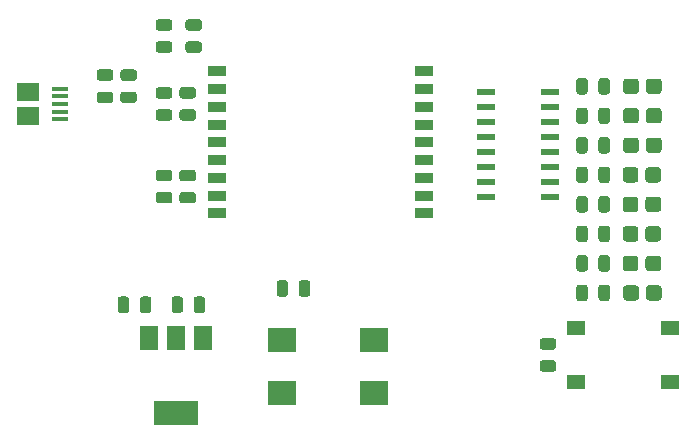
<source format=gbr>
G04 #@! TF.GenerationSoftware,KiCad,Pcbnew,(5.1.6)-1*
G04 #@! TF.CreationDate,2020-08-22T22:27:04+02:00*
G04 #@! TF.ProjectId,PacketVis,5061636b-6574-4566-9973-2e6b69636164,A01*
G04 #@! TF.SameCoordinates,Original*
G04 #@! TF.FileFunction,Paste,Top*
G04 #@! TF.FilePolarity,Positive*
%FSLAX46Y46*%
G04 Gerber Fmt 4.6, Leading zero omitted, Abs format (unit mm)*
G04 Created by KiCad (PCBNEW (5.1.6)-1) date 2020-08-22 22:27:04*
%MOMM*%
%LPD*%
G01*
G04 APERTURE LIST*
%ADD10R,1.500000X0.900000*%
%ADD11R,1.550000X0.600000*%
%ADD12R,2.400000X2.100000*%
%ADD13R,1.550000X1.300000*%
%ADD14R,1.500000X2.000000*%
%ADD15R,3.800000X2.000000*%
%ADD16R,1.900000X1.500000*%
%ADD17R,1.350000X0.400000*%
G04 APERTURE END LIST*
D10*
X217180000Y-82750000D03*
X217180000Y-84250000D03*
X217180000Y-85750000D03*
X217180000Y-87250000D03*
X217180000Y-88750000D03*
X217180000Y-90250000D03*
X217180000Y-91750000D03*
X217180000Y-93250000D03*
X217180000Y-94750000D03*
X199680000Y-94750000D03*
X199680000Y-93250000D03*
X199680000Y-91750000D03*
X199680000Y-90250000D03*
X199680000Y-88750000D03*
X199680000Y-87250000D03*
X199680000Y-85750000D03*
X199680000Y-84250000D03*
X199680000Y-82750000D03*
D11*
X227830000Y-84500000D03*
X227830000Y-85770000D03*
X227830000Y-87040000D03*
X227830000Y-88310000D03*
X227830000Y-89580000D03*
X227830000Y-90850000D03*
X227830000Y-92120000D03*
X227830000Y-93390000D03*
X222430000Y-93390000D03*
X222430000Y-92120000D03*
X222430000Y-90850000D03*
X222430000Y-89580000D03*
X222430000Y-88310000D03*
X222430000Y-87040000D03*
X222430000Y-85770000D03*
X222430000Y-84500000D03*
D12*
X205180000Y-105500000D03*
X212980000Y-105500000D03*
X205180000Y-110000000D03*
X212980000Y-110000000D03*
D13*
X237975000Y-104500000D03*
X237975000Y-109000000D03*
X230025000Y-109000000D03*
X230025000Y-104500000D03*
G36*
G01*
X189723750Y-84450000D02*
X190636250Y-84450000D01*
G75*
G02*
X190880000Y-84693750I0J-243750D01*
G01*
X190880000Y-85181250D01*
G75*
G02*
X190636250Y-85425000I-243750J0D01*
G01*
X189723750Y-85425000D01*
G75*
G02*
X189480000Y-85181250I0J243750D01*
G01*
X189480000Y-84693750D01*
G75*
G02*
X189723750Y-84450000I243750J0D01*
G01*
G37*
G36*
G01*
X189723750Y-82575000D02*
X190636250Y-82575000D01*
G75*
G02*
X190880000Y-82818750I0J-243750D01*
G01*
X190880000Y-83306250D01*
G75*
G02*
X190636250Y-83550000I-243750J0D01*
G01*
X189723750Y-83550000D01*
G75*
G02*
X189480000Y-83306250I0J243750D01*
G01*
X189480000Y-82818750D01*
G75*
G02*
X189723750Y-82575000I243750J0D01*
G01*
G37*
D14*
X198480000Y-105350000D03*
X193880000Y-105350000D03*
X196180000Y-105350000D03*
D15*
X196180000Y-111650000D03*
G36*
G01*
X195636250Y-92050000D02*
X194723750Y-92050000D01*
G75*
G02*
X194480000Y-91806250I0J243750D01*
G01*
X194480000Y-91318750D01*
G75*
G02*
X194723750Y-91075000I243750J0D01*
G01*
X195636250Y-91075000D01*
G75*
G02*
X195880000Y-91318750I0J-243750D01*
G01*
X195880000Y-91806250D01*
G75*
G02*
X195636250Y-92050000I-243750J0D01*
G01*
G37*
G36*
G01*
X195636250Y-93925000D02*
X194723750Y-93925000D01*
G75*
G02*
X194480000Y-93681250I0J243750D01*
G01*
X194480000Y-93193750D01*
G75*
G02*
X194723750Y-92950000I243750J0D01*
G01*
X195636250Y-92950000D01*
G75*
G02*
X195880000Y-93193750I0J-243750D01*
G01*
X195880000Y-93681250D01*
G75*
G02*
X195636250Y-93925000I-243750J0D01*
G01*
G37*
G36*
G01*
X228136250Y-106300000D02*
X227223750Y-106300000D01*
G75*
G02*
X226980000Y-106056250I0J243750D01*
G01*
X226980000Y-105568750D01*
G75*
G02*
X227223750Y-105325000I243750J0D01*
G01*
X228136250Y-105325000D01*
G75*
G02*
X228380000Y-105568750I0J-243750D01*
G01*
X228380000Y-106056250D01*
G75*
G02*
X228136250Y-106300000I-243750J0D01*
G01*
G37*
G36*
G01*
X228136250Y-108175000D02*
X227223750Y-108175000D01*
G75*
G02*
X226980000Y-107931250I0J243750D01*
G01*
X226980000Y-107443750D01*
G75*
G02*
X227223750Y-107200000I243750J0D01*
G01*
X228136250Y-107200000D01*
G75*
G02*
X228380000Y-107443750I0J-243750D01*
G01*
X228380000Y-107931250D01*
G75*
G02*
X228136250Y-108175000I-243750J0D01*
G01*
G37*
G36*
G01*
X195636250Y-85050000D02*
X194723750Y-85050000D01*
G75*
G02*
X194480000Y-84806250I0J243750D01*
G01*
X194480000Y-84318750D01*
G75*
G02*
X194723750Y-84075000I243750J0D01*
G01*
X195636250Y-84075000D01*
G75*
G02*
X195880000Y-84318750I0J-243750D01*
G01*
X195880000Y-84806250D01*
G75*
G02*
X195636250Y-85050000I-243750J0D01*
G01*
G37*
G36*
G01*
X195636250Y-86925000D02*
X194723750Y-86925000D01*
G75*
G02*
X194480000Y-86681250I0J243750D01*
G01*
X194480000Y-86193750D01*
G75*
G02*
X194723750Y-85950000I243750J0D01*
G01*
X195636250Y-85950000D01*
G75*
G02*
X195880000Y-86193750I0J-243750D01*
G01*
X195880000Y-86681250D01*
G75*
G02*
X195636250Y-86925000I-243750J0D01*
G01*
G37*
G36*
G01*
X196723750Y-92950000D02*
X197636250Y-92950000D01*
G75*
G02*
X197880000Y-93193750I0J-243750D01*
G01*
X197880000Y-93681250D01*
G75*
G02*
X197636250Y-93925000I-243750J0D01*
G01*
X196723750Y-93925000D01*
G75*
G02*
X196480000Y-93681250I0J243750D01*
G01*
X196480000Y-93193750D01*
G75*
G02*
X196723750Y-92950000I243750J0D01*
G01*
G37*
G36*
G01*
X196723750Y-91075000D02*
X197636250Y-91075000D01*
G75*
G02*
X197880000Y-91318750I0J-243750D01*
G01*
X197880000Y-91806250D01*
G75*
G02*
X197636250Y-92050000I-243750J0D01*
G01*
X196723750Y-92050000D01*
G75*
G02*
X196480000Y-91806250I0J243750D01*
G01*
X196480000Y-91318750D01*
G75*
G02*
X196723750Y-91075000I243750J0D01*
G01*
G37*
G36*
G01*
X205680000Y-100673750D02*
X205680000Y-101586250D01*
G75*
G02*
X205436250Y-101830000I-243750J0D01*
G01*
X204948750Y-101830000D01*
G75*
G02*
X204705000Y-101586250I0J243750D01*
G01*
X204705000Y-100673750D01*
G75*
G02*
X204948750Y-100430000I243750J0D01*
G01*
X205436250Y-100430000D01*
G75*
G02*
X205680000Y-100673750I0J-243750D01*
G01*
G37*
G36*
G01*
X207555000Y-100673750D02*
X207555000Y-101586250D01*
G75*
G02*
X207311250Y-101830000I-243750J0D01*
G01*
X206823750Y-101830000D01*
G75*
G02*
X206580000Y-101586250I0J243750D01*
G01*
X206580000Y-100673750D01*
G75*
G02*
X206823750Y-100430000I243750J0D01*
G01*
X207311250Y-100430000D01*
G75*
G02*
X207555000Y-100673750I0J-243750D01*
G01*
G37*
D16*
X183642500Y-84500000D03*
D17*
X186342500Y-85500000D03*
X186342500Y-86150000D03*
X186342500Y-86800000D03*
X186342500Y-84200000D03*
X186342500Y-84850000D03*
D16*
X183642500Y-86500000D03*
G36*
G01*
X197692500Y-102956250D02*
X197692500Y-102043750D01*
G75*
G02*
X197936250Y-101800000I243750J0D01*
G01*
X198423750Y-101800000D01*
G75*
G02*
X198667500Y-102043750I0J-243750D01*
G01*
X198667500Y-102956250D01*
G75*
G02*
X198423750Y-103200000I-243750J0D01*
G01*
X197936250Y-103200000D01*
G75*
G02*
X197692500Y-102956250I0J243750D01*
G01*
G37*
G36*
G01*
X195817500Y-102956250D02*
X195817500Y-102043750D01*
G75*
G02*
X196061250Y-101800000I243750J0D01*
G01*
X196548750Y-101800000D01*
G75*
G02*
X196792500Y-102043750I0J-243750D01*
G01*
X196792500Y-102956250D01*
G75*
G02*
X196548750Y-103200000I-243750J0D01*
G01*
X196061250Y-103200000D01*
G75*
G02*
X195817500Y-102956250I0J243750D01*
G01*
G37*
G36*
G01*
X196723750Y-85950000D02*
X197636250Y-85950000D01*
G75*
G02*
X197880000Y-86193750I0J-243750D01*
G01*
X197880000Y-86681250D01*
G75*
G02*
X197636250Y-86925000I-243750J0D01*
G01*
X196723750Y-86925000D01*
G75*
G02*
X196480000Y-86681250I0J243750D01*
G01*
X196480000Y-86193750D01*
G75*
G02*
X196723750Y-85950000I243750J0D01*
G01*
G37*
G36*
G01*
X196723750Y-84075000D02*
X197636250Y-84075000D01*
G75*
G02*
X197880000Y-84318750I0J-243750D01*
G01*
X197880000Y-84806250D01*
G75*
G02*
X197636250Y-85050000I-243750J0D01*
G01*
X196723750Y-85050000D01*
G75*
G02*
X196480000Y-84806250I0J243750D01*
G01*
X196480000Y-84318750D01*
G75*
G02*
X196723750Y-84075000I243750J0D01*
G01*
G37*
G36*
G01*
X192230000Y-102043750D02*
X192230000Y-102956250D01*
G75*
G02*
X191986250Y-103200000I-243750J0D01*
G01*
X191498750Y-103200000D01*
G75*
G02*
X191255000Y-102956250I0J243750D01*
G01*
X191255000Y-102043750D01*
G75*
G02*
X191498750Y-101800000I243750J0D01*
G01*
X191986250Y-101800000D01*
G75*
G02*
X192230000Y-102043750I0J-243750D01*
G01*
G37*
G36*
G01*
X194105000Y-102043750D02*
X194105000Y-102956250D01*
G75*
G02*
X193861250Y-103200000I-243750J0D01*
G01*
X193373750Y-103200000D01*
G75*
G02*
X193130000Y-102956250I0J243750D01*
G01*
X193130000Y-102043750D01*
G75*
G02*
X193373750Y-101800000I243750J0D01*
G01*
X193861250Y-101800000D01*
G75*
G02*
X194105000Y-102043750I0J-243750D01*
G01*
G37*
G36*
G01*
X191723750Y-84450000D02*
X192636250Y-84450000D01*
G75*
G02*
X192880000Y-84693750I0J-243750D01*
G01*
X192880000Y-85181250D01*
G75*
G02*
X192636250Y-85425000I-243750J0D01*
G01*
X191723750Y-85425000D01*
G75*
G02*
X191480000Y-85181250I0J243750D01*
G01*
X191480000Y-84693750D01*
G75*
G02*
X191723750Y-84450000I243750J0D01*
G01*
G37*
G36*
G01*
X191723750Y-82575000D02*
X192636250Y-82575000D01*
G75*
G02*
X192880000Y-82818750I0J-243750D01*
G01*
X192880000Y-83306250D01*
G75*
G02*
X192636250Y-83550000I-243750J0D01*
G01*
X191723750Y-83550000D01*
G75*
G02*
X191480000Y-83306250I0J243750D01*
G01*
X191480000Y-82818750D01*
G75*
G02*
X191723750Y-82575000I243750J0D01*
G01*
G37*
G36*
G01*
X198136250Y-79300000D02*
X197223750Y-79300000D01*
G75*
G02*
X196980000Y-79056250I0J243750D01*
G01*
X196980000Y-78568750D01*
G75*
G02*
X197223750Y-78325000I243750J0D01*
G01*
X198136250Y-78325000D01*
G75*
G02*
X198380000Y-78568750I0J-243750D01*
G01*
X198380000Y-79056250D01*
G75*
G02*
X198136250Y-79300000I-243750J0D01*
G01*
G37*
G36*
G01*
X198136250Y-81175000D02*
X197223750Y-81175000D01*
G75*
G02*
X196980000Y-80931250I0J243750D01*
G01*
X196980000Y-80443750D01*
G75*
G02*
X197223750Y-80200000I243750J0D01*
G01*
X198136250Y-80200000D01*
G75*
G02*
X198380000Y-80443750I0J-243750D01*
G01*
X198380000Y-80931250D01*
G75*
G02*
X198136250Y-81175000I-243750J0D01*
G01*
G37*
G36*
G01*
X195636250Y-79300000D02*
X194723750Y-79300000D01*
G75*
G02*
X194480000Y-79056250I0J243750D01*
G01*
X194480000Y-78568750D01*
G75*
G02*
X194723750Y-78325000I243750J0D01*
G01*
X195636250Y-78325000D01*
G75*
G02*
X195880000Y-78568750I0J-243750D01*
G01*
X195880000Y-79056250D01*
G75*
G02*
X195636250Y-79300000I-243750J0D01*
G01*
G37*
G36*
G01*
X195636250Y-81175000D02*
X194723750Y-81175000D01*
G75*
G02*
X194480000Y-80931250I0J243750D01*
G01*
X194480000Y-80443750D01*
G75*
G02*
X194723750Y-80200000I243750J0D01*
G01*
X195636250Y-80200000D01*
G75*
G02*
X195880000Y-80443750I0J-243750D01*
G01*
X195880000Y-80931250D01*
G75*
G02*
X195636250Y-81175000I-243750J0D01*
G01*
G37*
G36*
G01*
X231960000Y-101956250D02*
X231960000Y-101043750D01*
G75*
G02*
X232203750Y-100800000I243750J0D01*
G01*
X232691250Y-100800000D01*
G75*
G02*
X232935000Y-101043750I0J-243750D01*
G01*
X232935000Y-101956250D01*
G75*
G02*
X232691250Y-102200000I-243750J0D01*
G01*
X232203750Y-102200000D01*
G75*
G02*
X231960000Y-101956250I0J243750D01*
G01*
G37*
G36*
G01*
X230085000Y-101956250D02*
X230085000Y-101043750D01*
G75*
G02*
X230328750Y-100800000I243750J0D01*
G01*
X230816250Y-100800000D01*
G75*
G02*
X231060000Y-101043750I0J-243750D01*
G01*
X231060000Y-101956250D01*
G75*
G02*
X230816250Y-102200000I-243750J0D01*
G01*
X230328750Y-102200000D01*
G75*
G02*
X230085000Y-101956250I0J243750D01*
G01*
G37*
G36*
G01*
X231960000Y-99456250D02*
X231960000Y-98543750D01*
G75*
G02*
X232203750Y-98300000I243750J0D01*
G01*
X232691250Y-98300000D01*
G75*
G02*
X232935000Y-98543750I0J-243750D01*
G01*
X232935000Y-99456250D01*
G75*
G02*
X232691250Y-99700000I-243750J0D01*
G01*
X232203750Y-99700000D01*
G75*
G02*
X231960000Y-99456250I0J243750D01*
G01*
G37*
G36*
G01*
X230085000Y-99456250D02*
X230085000Y-98543750D01*
G75*
G02*
X230328750Y-98300000I243750J0D01*
G01*
X230816250Y-98300000D01*
G75*
G02*
X231060000Y-98543750I0J-243750D01*
G01*
X231060000Y-99456250D01*
G75*
G02*
X230816250Y-99700000I-243750J0D01*
G01*
X230328750Y-99700000D01*
G75*
G02*
X230085000Y-99456250I0J243750D01*
G01*
G37*
G36*
G01*
X231960000Y-96956250D02*
X231960000Y-96043750D01*
G75*
G02*
X232203750Y-95800000I243750J0D01*
G01*
X232691250Y-95800000D01*
G75*
G02*
X232935000Y-96043750I0J-243750D01*
G01*
X232935000Y-96956250D01*
G75*
G02*
X232691250Y-97200000I-243750J0D01*
G01*
X232203750Y-97200000D01*
G75*
G02*
X231960000Y-96956250I0J243750D01*
G01*
G37*
G36*
G01*
X230085000Y-96956250D02*
X230085000Y-96043750D01*
G75*
G02*
X230328750Y-95800000I243750J0D01*
G01*
X230816250Y-95800000D01*
G75*
G02*
X231060000Y-96043750I0J-243750D01*
G01*
X231060000Y-96956250D01*
G75*
G02*
X230816250Y-97200000I-243750J0D01*
G01*
X230328750Y-97200000D01*
G75*
G02*
X230085000Y-96956250I0J243750D01*
G01*
G37*
G36*
G01*
X231960000Y-94456250D02*
X231960000Y-93543750D01*
G75*
G02*
X232203750Y-93300000I243750J0D01*
G01*
X232691250Y-93300000D01*
G75*
G02*
X232935000Y-93543750I0J-243750D01*
G01*
X232935000Y-94456250D01*
G75*
G02*
X232691250Y-94700000I-243750J0D01*
G01*
X232203750Y-94700000D01*
G75*
G02*
X231960000Y-94456250I0J243750D01*
G01*
G37*
G36*
G01*
X230085000Y-94456250D02*
X230085000Y-93543750D01*
G75*
G02*
X230328750Y-93300000I243750J0D01*
G01*
X230816250Y-93300000D01*
G75*
G02*
X231060000Y-93543750I0J-243750D01*
G01*
X231060000Y-94456250D01*
G75*
G02*
X230816250Y-94700000I-243750J0D01*
G01*
X230328750Y-94700000D01*
G75*
G02*
X230085000Y-94456250I0J243750D01*
G01*
G37*
G36*
G01*
X231960000Y-91956250D02*
X231960000Y-91043750D01*
G75*
G02*
X232203750Y-90800000I243750J0D01*
G01*
X232691250Y-90800000D01*
G75*
G02*
X232935000Y-91043750I0J-243750D01*
G01*
X232935000Y-91956250D01*
G75*
G02*
X232691250Y-92200000I-243750J0D01*
G01*
X232203750Y-92200000D01*
G75*
G02*
X231960000Y-91956250I0J243750D01*
G01*
G37*
G36*
G01*
X230085000Y-91956250D02*
X230085000Y-91043750D01*
G75*
G02*
X230328750Y-90800000I243750J0D01*
G01*
X230816250Y-90800000D01*
G75*
G02*
X231060000Y-91043750I0J-243750D01*
G01*
X231060000Y-91956250D01*
G75*
G02*
X230816250Y-92200000I-243750J0D01*
G01*
X230328750Y-92200000D01*
G75*
G02*
X230085000Y-91956250I0J243750D01*
G01*
G37*
G36*
G01*
X231960000Y-89456250D02*
X231960000Y-88543750D01*
G75*
G02*
X232203750Y-88300000I243750J0D01*
G01*
X232691250Y-88300000D01*
G75*
G02*
X232935000Y-88543750I0J-243750D01*
G01*
X232935000Y-89456250D01*
G75*
G02*
X232691250Y-89700000I-243750J0D01*
G01*
X232203750Y-89700000D01*
G75*
G02*
X231960000Y-89456250I0J243750D01*
G01*
G37*
G36*
G01*
X230085000Y-89456250D02*
X230085000Y-88543750D01*
G75*
G02*
X230328750Y-88300000I243750J0D01*
G01*
X230816250Y-88300000D01*
G75*
G02*
X231060000Y-88543750I0J-243750D01*
G01*
X231060000Y-89456250D01*
G75*
G02*
X230816250Y-89700000I-243750J0D01*
G01*
X230328750Y-89700000D01*
G75*
G02*
X230085000Y-89456250I0J243750D01*
G01*
G37*
G36*
G01*
X231960000Y-86956250D02*
X231960000Y-86043750D01*
G75*
G02*
X232203750Y-85800000I243750J0D01*
G01*
X232691250Y-85800000D01*
G75*
G02*
X232935000Y-86043750I0J-243750D01*
G01*
X232935000Y-86956250D01*
G75*
G02*
X232691250Y-87200000I-243750J0D01*
G01*
X232203750Y-87200000D01*
G75*
G02*
X231960000Y-86956250I0J243750D01*
G01*
G37*
G36*
G01*
X230085000Y-86956250D02*
X230085000Y-86043750D01*
G75*
G02*
X230328750Y-85800000I243750J0D01*
G01*
X230816250Y-85800000D01*
G75*
G02*
X231060000Y-86043750I0J-243750D01*
G01*
X231060000Y-86956250D01*
G75*
G02*
X230816250Y-87200000I-243750J0D01*
G01*
X230328750Y-87200000D01*
G75*
G02*
X230085000Y-86956250I0J243750D01*
G01*
G37*
G36*
G01*
X231960000Y-84456250D02*
X231960000Y-83543750D01*
G75*
G02*
X232203750Y-83300000I243750J0D01*
G01*
X232691250Y-83300000D01*
G75*
G02*
X232935000Y-83543750I0J-243750D01*
G01*
X232935000Y-84456250D01*
G75*
G02*
X232691250Y-84700000I-243750J0D01*
G01*
X232203750Y-84700000D01*
G75*
G02*
X231960000Y-84456250I0J243750D01*
G01*
G37*
G36*
G01*
X230085000Y-84456250D02*
X230085000Y-83543750D01*
G75*
G02*
X230328750Y-83300000I243750J0D01*
G01*
X230816250Y-83300000D01*
G75*
G02*
X231060000Y-83543750I0J-243750D01*
G01*
X231060000Y-84456250D01*
G75*
G02*
X230816250Y-84700000I-243750J0D01*
G01*
X230328750Y-84700000D01*
G75*
G02*
X230085000Y-84456250I0J243750D01*
G01*
G37*
G36*
G01*
X235380000Y-83600000D02*
X235380000Y-84400000D01*
G75*
G02*
X235130000Y-84650000I-250000J0D01*
G01*
X234305000Y-84650000D01*
G75*
G02*
X234055000Y-84400000I0J250000D01*
G01*
X234055000Y-83600000D01*
G75*
G02*
X234305000Y-83350000I250000J0D01*
G01*
X235130000Y-83350000D01*
G75*
G02*
X235380000Y-83600000I0J-250000D01*
G01*
G37*
G36*
G01*
X237305000Y-83600000D02*
X237305000Y-84400000D01*
G75*
G02*
X237055000Y-84650000I-250000J0D01*
G01*
X236230000Y-84650000D01*
G75*
G02*
X235980000Y-84400000I0J250000D01*
G01*
X235980000Y-83600000D01*
G75*
G02*
X236230000Y-83350000I250000J0D01*
G01*
X237055000Y-83350000D01*
G75*
G02*
X237305000Y-83600000I0J-250000D01*
G01*
G37*
G36*
G01*
X235380000Y-101100000D02*
X235380000Y-101900000D01*
G75*
G02*
X235130000Y-102150000I-250000J0D01*
G01*
X234305000Y-102150000D01*
G75*
G02*
X234055000Y-101900000I0J250000D01*
G01*
X234055000Y-101100000D01*
G75*
G02*
X234305000Y-100850000I250000J0D01*
G01*
X235130000Y-100850000D01*
G75*
G02*
X235380000Y-101100000I0J-250000D01*
G01*
G37*
G36*
G01*
X237305000Y-101100000D02*
X237305000Y-101900000D01*
G75*
G02*
X237055000Y-102150000I-250000J0D01*
G01*
X236230000Y-102150000D01*
G75*
G02*
X235980000Y-101900000I0J250000D01*
G01*
X235980000Y-101100000D01*
G75*
G02*
X236230000Y-100850000I250000J0D01*
G01*
X237055000Y-100850000D01*
G75*
G02*
X237305000Y-101100000I0J-250000D01*
G01*
G37*
G36*
G01*
X235342500Y-98600000D02*
X235342500Y-99400000D01*
G75*
G02*
X235092500Y-99650000I-250000J0D01*
G01*
X234267500Y-99650000D01*
G75*
G02*
X234017500Y-99400000I0J250000D01*
G01*
X234017500Y-98600000D01*
G75*
G02*
X234267500Y-98350000I250000J0D01*
G01*
X235092500Y-98350000D01*
G75*
G02*
X235342500Y-98600000I0J-250000D01*
G01*
G37*
G36*
G01*
X237267500Y-98600000D02*
X237267500Y-99400000D01*
G75*
G02*
X237017500Y-99650000I-250000J0D01*
G01*
X236192500Y-99650000D01*
G75*
G02*
X235942500Y-99400000I0J250000D01*
G01*
X235942500Y-98600000D01*
G75*
G02*
X236192500Y-98350000I250000J0D01*
G01*
X237017500Y-98350000D01*
G75*
G02*
X237267500Y-98600000I0J-250000D01*
G01*
G37*
G36*
G01*
X235342500Y-96100000D02*
X235342500Y-96900000D01*
G75*
G02*
X235092500Y-97150000I-250000J0D01*
G01*
X234267500Y-97150000D01*
G75*
G02*
X234017500Y-96900000I0J250000D01*
G01*
X234017500Y-96100000D01*
G75*
G02*
X234267500Y-95850000I250000J0D01*
G01*
X235092500Y-95850000D01*
G75*
G02*
X235342500Y-96100000I0J-250000D01*
G01*
G37*
G36*
G01*
X237267500Y-96100000D02*
X237267500Y-96900000D01*
G75*
G02*
X237017500Y-97150000I-250000J0D01*
G01*
X236192500Y-97150000D01*
G75*
G02*
X235942500Y-96900000I0J250000D01*
G01*
X235942500Y-96100000D01*
G75*
G02*
X236192500Y-95850000I250000J0D01*
G01*
X237017500Y-95850000D01*
G75*
G02*
X237267500Y-96100000I0J-250000D01*
G01*
G37*
G36*
G01*
X235342500Y-93600000D02*
X235342500Y-94400000D01*
G75*
G02*
X235092500Y-94650000I-250000J0D01*
G01*
X234267500Y-94650000D01*
G75*
G02*
X234017500Y-94400000I0J250000D01*
G01*
X234017500Y-93600000D01*
G75*
G02*
X234267500Y-93350000I250000J0D01*
G01*
X235092500Y-93350000D01*
G75*
G02*
X235342500Y-93600000I0J-250000D01*
G01*
G37*
G36*
G01*
X237267500Y-93600000D02*
X237267500Y-94400000D01*
G75*
G02*
X237017500Y-94650000I-250000J0D01*
G01*
X236192500Y-94650000D01*
G75*
G02*
X235942500Y-94400000I0J250000D01*
G01*
X235942500Y-93600000D01*
G75*
G02*
X236192500Y-93350000I250000J0D01*
G01*
X237017500Y-93350000D01*
G75*
G02*
X237267500Y-93600000I0J-250000D01*
G01*
G37*
G36*
G01*
X235342500Y-91100000D02*
X235342500Y-91900000D01*
G75*
G02*
X235092500Y-92150000I-250000J0D01*
G01*
X234267500Y-92150000D01*
G75*
G02*
X234017500Y-91900000I0J250000D01*
G01*
X234017500Y-91100000D01*
G75*
G02*
X234267500Y-90850000I250000J0D01*
G01*
X235092500Y-90850000D01*
G75*
G02*
X235342500Y-91100000I0J-250000D01*
G01*
G37*
G36*
G01*
X237267500Y-91100000D02*
X237267500Y-91900000D01*
G75*
G02*
X237017500Y-92150000I-250000J0D01*
G01*
X236192500Y-92150000D01*
G75*
G02*
X235942500Y-91900000I0J250000D01*
G01*
X235942500Y-91100000D01*
G75*
G02*
X236192500Y-90850000I250000J0D01*
G01*
X237017500Y-90850000D01*
G75*
G02*
X237267500Y-91100000I0J-250000D01*
G01*
G37*
G36*
G01*
X235380000Y-88600000D02*
X235380000Y-89400000D01*
G75*
G02*
X235130000Y-89650000I-250000J0D01*
G01*
X234305000Y-89650000D01*
G75*
G02*
X234055000Y-89400000I0J250000D01*
G01*
X234055000Y-88600000D01*
G75*
G02*
X234305000Y-88350000I250000J0D01*
G01*
X235130000Y-88350000D01*
G75*
G02*
X235380000Y-88600000I0J-250000D01*
G01*
G37*
G36*
G01*
X237305000Y-88600000D02*
X237305000Y-89400000D01*
G75*
G02*
X237055000Y-89650000I-250000J0D01*
G01*
X236230000Y-89650000D01*
G75*
G02*
X235980000Y-89400000I0J250000D01*
G01*
X235980000Y-88600000D01*
G75*
G02*
X236230000Y-88350000I250000J0D01*
G01*
X237055000Y-88350000D01*
G75*
G02*
X237305000Y-88600000I0J-250000D01*
G01*
G37*
G36*
G01*
X235380000Y-86100000D02*
X235380000Y-86900000D01*
G75*
G02*
X235130000Y-87150000I-250000J0D01*
G01*
X234305000Y-87150000D01*
G75*
G02*
X234055000Y-86900000I0J250000D01*
G01*
X234055000Y-86100000D01*
G75*
G02*
X234305000Y-85850000I250000J0D01*
G01*
X235130000Y-85850000D01*
G75*
G02*
X235380000Y-86100000I0J-250000D01*
G01*
G37*
G36*
G01*
X237305000Y-86100000D02*
X237305000Y-86900000D01*
G75*
G02*
X237055000Y-87150000I-250000J0D01*
G01*
X236230000Y-87150000D01*
G75*
G02*
X235980000Y-86900000I0J250000D01*
G01*
X235980000Y-86100000D01*
G75*
G02*
X236230000Y-85850000I250000J0D01*
G01*
X237055000Y-85850000D01*
G75*
G02*
X237305000Y-86100000I0J-250000D01*
G01*
G37*
M02*

</source>
